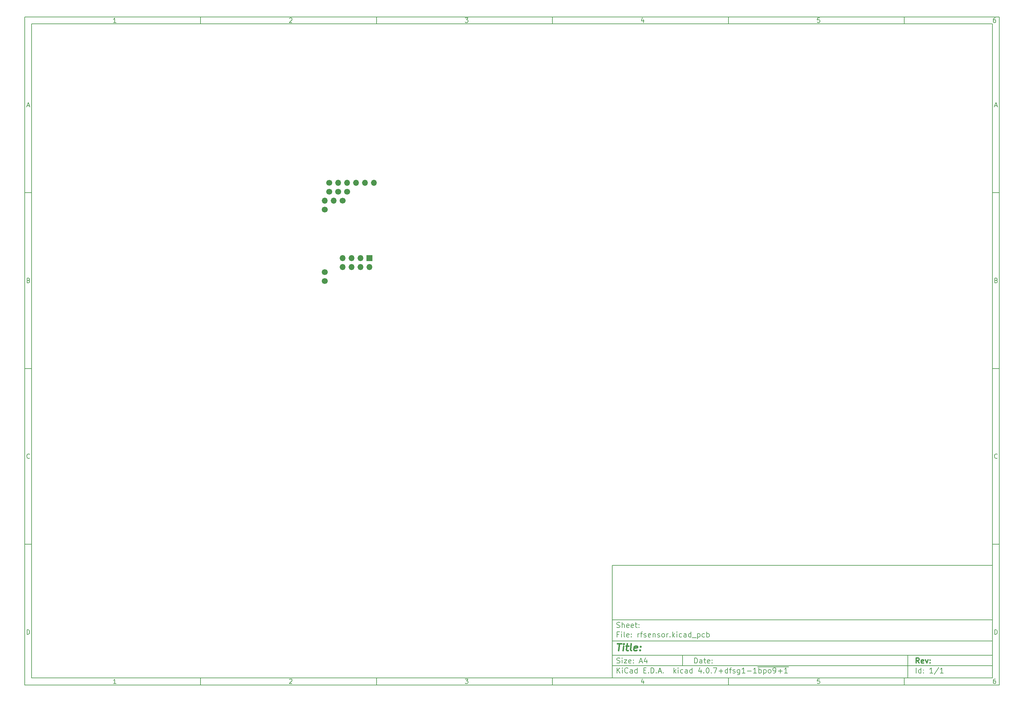
<source format=gbr>
G04 #@! TF.FileFunction,Soldermask,Bot*
%FSLAX46Y46*%
G04 Gerber Fmt 4.6, Leading zero omitted, Abs format (unit mm)*
G04 Created by KiCad (PCBNEW 4.0.7+dfsg1-1~bpo9+1) date Fri Jan  5 13:44:09 2018*
%MOMM*%
%LPD*%
G01*
G04 APERTURE LIST*
%ADD10C,0.100000*%
%ADD11C,0.150000*%
%ADD12C,0.300000*%
%ADD13C,0.400000*%
%ADD14R,1.700000X1.700000*%
%ADD15O,1.700000X1.700000*%
%ADD16C,1.700000*%
G04 APERTURE END LIST*
D10*
D11*
X177002200Y-166007200D02*
X177002200Y-198007200D01*
X285002200Y-198007200D01*
X285002200Y-166007200D01*
X177002200Y-166007200D01*
D10*
D11*
X10000000Y-10000000D02*
X10000000Y-200007200D01*
X287002200Y-200007200D01*
X287002200Y-10000000D01*
X10000000Y-10000000D01*
D10*
D11*
X12000000Y-12000000D02*
X12000000Y-198007200D01*
X285002200Y-198007200D01*
X285002200Y-12000000D01*
X12000000Y-12000000D01*
D10*
D11*
X60000000Y-12000000D02*
X60000000Y-10000000D01*
D10*
D11*
X110000000Y-12000000D02*
X110000000Y-10000000D01*
D10*
D11*
X160000000Y-12000000D02*
X160000000Y-10000000D01*
D10*
D11*
X210000000Y-12000000D02*
X210000000Y-10000000D01*
D10*
D11*
X260000000Y-12000000D02*
X260000000Y-10000000D01*
D10*
D11*
X35990476Y-11588095D02*
X35247619Y-11588095D01*
X35619048Y-11588095D02*
X35619048Y-10288095D01*
X35495238Y-10473810D01*
X35371429Y-10597619D01*
X35247619Y-10659524D01*
D10*
D11*
X85247619Y-10411905D02*
X85309524Y-10350000D01*
X85433333Y-10288095D01*
X85742857Y-10288095D01*
X85866667Y-10350000D01*
X85928571Y-10411905D01*
X85990476Y-10535714D01*
X85990476Y-10659524D01*
X85928571Y-10845238D01*
X85185714Y-11588095D01*
X85990476Y-11588095D01*
D10*
D11*
X135185714Y-10288095D02*
X135990476Y-10288095D01*
X135557143Y-10783333D01*
X135742857Y-10783333D01*
X135866667Y-10845238D01*
X135928571Y-10907143D01*
X135990476Y-11030952D01*
X135990476Y-11340476D01*
X135928571Y-11464286D01*
X135866667Y-11526190D01*
X135742857Y-11588095D01*
X135371429Y-11588095D01*
X135247619Y-11526190D01*
X135185714Y-11464286D01*
D10*
D11*
X185866667Y-10721429D02*
X185866667Y-11588095D01*
X185557143Y-10226190D02*
X185247619Y-11154762D01*
X186052381Y-11154762D01*
D10*
D11*
X235928571Y-10288095D02*
X235309524Y-10288095D01*
X235247619Y-10907143D01*
X235309524Y-10845238D01*
X235433333Y-10783333D01*
X235742857Y-10783333D01*
X235866667Y-10845238D01*
X235928571Y-10907143D01*
X235990476Y-11030952D01*
X235990476Y-11340476D01*
X235928571Y-11464286D01*
X235866667Y-11526190D01*
X235742857Y-11588095D01*
X235433333Y-11588095D01*
X235309524Y-11526190D01*
X235247619Y-11464286D01*
D10*
D11*
X285866667Y-10288095D02*
X285619048Y-10288095D01*
X285495238Y-10350000D01*
X285433333Y-10411905D01*
X285309524Y-10597619D01*
X285247619Y-10845238D01*
X285247619Y-11340476D01*
X285309524Y-11464286D01*
X285371429Y-11526190D01*
X285495238Y-11588095D01*
X285742857Y-11588095D01*
X285866667Y-11526190D01*
X285928571Y-11464286D01*
X285990476Y-11340476D01*
X285990476Y-11030952D01*
X285928571Y-10907143D01*
X285866667Y-10845238D01*
X285742857Y-10783333D01*
X285495238Y-10783333D01*
X285371429Y-10845238D01*
X285309524Y-10907143D01*
X285247619Y-11030952D01*
D10*
D11*
X60000000Y-198007200D02*
X60000000Y-200007200D01*
D10*
D11*
X110000000Y-198007200D02*
X110000000Y-200007200D01*
D10*
D11*
X160000000Y-198007200D02*
X160000000Y-200007200D01*
D10*
D11*
X210000000Y-198007200D02*
X210000000Y-200007200D01*
D10*
D11*
X260000000Y-198007200D02*
X260000000Y-200007200D01*
D10*
D11*
X35990476Y-199595295D02*
X35247619Y-199595295D01*
X35619048Y-199595295D02*
X35619048Y-198295295D01*
X35495238Y-198481010D01*
X35371429Y-198604819D01*
X35247619Y-198666724D01*
D10*
D11*
X85247619Y-198419105D02*
X85309524Y-198357200D01*
X85433333Y-198295295D01*
X85742857Y-198295295D01*
X85866667Y-198357200D01*
X85928571Y-198419105D01*
X85990476Y-198542914D01*
X85990476Y-198666724D01*
X85928571Y-198852438D01*
X85185714Y-199595295D01*
X85990476Y-199595295D01*
D10*
D11*
X135185714Y-198295295D02*
X135990476Y-198295295D01*
X135557143Y-198790533D01*
X135742857Y-198790533D01*
X135866667Y-198852438D01*
X135928571Y-198914343D01*
X135990476Y-199038152D01*
X135990476Y-199347676D01*
X135928571Y-199471486D01*
X135866667Y-199533390D01*
X135742857Y-199595295D01*
X135371429Y-199595295D01*
X135247619Y-199533390D01*
X135185714Y-199471486D01*
D10*
D11*
X185866667Y-198728629D02*
X185866667Y-199595295D01*
X185557143Y-198233390D02*
X185247619Y-199161962D01*
X186052381Y-199161962D01*
D10*
D11*
X235928571Y-198295295D02*
X235309524Y-198295295D01*
X235247619Y-198914343D01*
X235309524Y-198852438D01*
X235433333Y-198790533D01*
X235742857Y-198790533D01*
X235866667Y-198852438D01*
X235928571Y-198914343D01*
X235990476Y-199038152D01*
X235990476Y-199347676D01*
X235928571Y-199471486D01*
X235866667Y-199533390D01*
X235742857Y-199595295D01*
X235433333Y-199595295D01*
X235309524Y-199533390D01*
X235247619Y-199471486D01*
D10*
D11*
X285866667Y-198295295D02*
X285619048Y-198295295D01*
X285495238Y-198357200D01*
X285433333Y-198419105D01*
X285309524Y-198604819D01*
X285247619Y-198852438D01*
X285247619Y-199347676D01*
X285309524Y-199471486D01*
X285371429Y-199533390D01*
X285495238Y-199595295D01*
X285742857Y-199595295D01*
X285866667Y-199533390D01*
X285928571Y-199471486D01*
X285990476Y-199347676D01*
X285990476Y-199038152D01*
X285928571Y-198914343D01*
X285866667Y-198852438D01*
X285742857Y-198790533D01*
X285495238Y-198790533D01*
X285371429Y-198852438D01*
X285309524Y-198914343D01*
X285247619Y-199038152D01*
D10*
D11*
X10000000Y-60000000D02*
X12000000Y-60000000D01*
D10*
D11*
X10000000Y-110000000D02*
X12000000Y-110000000D01*
D10*
D11*
X10000000Y-160000000D02*
X12000000Y-160000000D01*
D10*
D11*
X10690476Y-35216667D02*
X11309524Y-35216667D01*
X10566667Y-35588095D02*
X11000000Y-34288095D01*
X11433333Y-35588095D01*
D10*
D11*
X11092857Y-84907143D02*
X11278571Y-84969048D01*
X11340476Y-85030952D01*
X11402381Y-85154762D01*
X11402381Y-85340476D01*
X11340476Y-85464286D01*
X11278571Y-85526190D01*
X11154762Y-85588095D01*
X10659524Y-85588095D01*
X10659524Y-84288095D01*
X11092857Y-84288095D01*
X11216667Y-84350000D01*
X11278571Y-84411905D01*
X11340476Y-84535714D01*
X11340476Y-84659524D01*
X11278571Y-84783333D01*
X11216667Y-84845238D01*
X11092857Y-84907143D01*
X10659524Y-84907143D01*
D10*
D11*
X11402381Y-135464286D02*
X11340476Y-135526190D01*
X11154762Y-135588095D01*
X11030952Y-135588095D01*
X10845238Y-135526190D01*
X10721429Y-135402381D01*
X10659524Y-135278571D01*
X10597619Y-135030952D01*
X10597619Y-134845238D01*
X10659524Y-134597619D01*
X10721429Y-134473810D01*
X10845238Y-134350000D01*
X11030952Y-134288095D01*
X11154762Y-134288095D01*
X11340476Y-134350000D01*
X11402381Y-134411905D01*
D10*
D11*
X10659524Y-185588095D02*
X10659524Y-184288095D01*
X10969048Y-184288095D01*
X11154762Y-184350000D01*
X11278571Y-184473810D01*
X11340476Y-184597619D01*
X11402381Y-184845238D01*
X11402381Y-185030952D01*
X11340476Y-185278571D01*
X11278571Y-185402381D01*
X11154762Y-185526190D01*
X10969048Y-185588095D01*
X10659524Y-185588095D01*
D10*
D11*
X287002200Y-60000000D02*
X285002200Y-60000000D01*
D10*
D11*
X287002200Y-110000000D02*
X285002200Y-110000000D01*
D10*
D11*
X287002200Y-160000000D02*
X285002200Y-160000000D01*
D10*
D11*
X285692676Y-35216667D02*
X286311724Y-35216667D01*
X285568867Y-35588095D02*
X286002200Y-34288095D01*
X286435533Y-35588095D01*
D10*
D11*
X286095057Y-84907143D02*
X286280771Y-84969048D01*
X286342676Y-85030952D01*
X286404581Y-85154762D01*
X286404581Y-85340476D01*
X286342676Y-85464286D01*
X286280771Y-85526190D01*
X286156962Y-85588095D01*
X285661724Y-85588095D01*
X285661724Y-84288095D01*
X286095057Y-84288095D01*
X286218867Y-84350000D01*
X286280771Y-84411905D01*
X286342676Y-84535714D01*
X286342676Y-84659524D01*
X286280771Y-84783333D01*
X286218867Y-84845238D01*
X286095057Y-84907143D01*
X285661724Y-84907143D01*
D10*
D11*
X286404581Y-135464286D02*
X286342676Y-135526190D01*
X286156962Y-135588095D01*
X286033152Y-135588095D01*
X285847438Y-135526190D01*
X285723629Y-135402381D01*
X285661724Y-135278571D01*
X285599819Y-135030952D01*
X285599819Y-134845238D01*
X285661724Y-134597619D01*
X285723629Y-134473810D01*
X285847438Y-134350000D01*
X286033152Y-134288095D01*
X286156962Y-134288095D01*
X286342676Y-134350000D01*
X286404581Y-134411905D01*
D10*
D11*
X285661724Y-185588095D02*
X285661724Y-184288095D01*
X285971248Y-184288095D01*
X286156962Y-184350000D01*
X286280771Y-184473810D01*
X286342676Y-184597619D01*
X286404581Y-184845238D01*
X286404581Y-185030952D01*
X286342676Y-185278571D01*
X286280771Y-185402381D01*
X286156962Y-185526190D01*
X285971248Y-185588095D01*
X285661724Y-185588095D01*
D10*
D11*
X200359343Y-193785771D02*
X200359343Y-192285771D01*
X200716486Y-192285771D01*
X200930771Y-192357200D01*
X201073629Y-192500057D01*
X201145057Y-192642914D01*
X201216486Y-192928629D01*
X201216486Y-193142914D01*
X201145057Y-193428629D01*
X201073629Y-193571486D01*
X200930771Y-193714343D01*
X200716486Y-193785771D01*
X200359343Y-193785771D01*
X202502200Y-193785771D02*
X202502200Y-193000057D01*
X202430771Y-192857200D01*
X202287914Y-192785771D01*
X202002200Y-192785771D01*
X201859343Y-192857200D01*
X202502200Y-193714343D02*
X202359343Y-193785771D01*
X202002200Y-193785771D01*
X201859343Y-193714343D01*
X201787914Y-193571486D01*
X201787914Y-193428629D01*
X201859343Y-193285771D01*
X202002200Y-193214343D01*
X202359343Y-193214343D01*
X202502200Y-193142914D01*
X203002200Y-192785771D02*
X203573629Y-192785771D01*
X203216486Y-192285771D02*
X203216486Y-193571486D01*
X203287914Y-193714343D01*
X203430772Y-193785771D01*
X203573629Y-193785771D01*
X204645057Y-193714343D02*
X204502200Y-193785771D01*
X204216486Y-193785771D01*
X204073629Y-193714343D01*
X204002200Y-193571486D01*
X204002200Y-193000057D01*
X204073629Y-192857200D01*
X204216486Y-192785771D01*
X204502200Y-192785771D01*
X204645057Y-192857200D01*
X204716486Y-193000057D01*
X204716486Y-193142914D01*
X204002200Y-193285771D01*
X205359343Y-193642914D02*
X205430771Y-193714343D01*
X205359343Y-193785771D01*
X205287914Y-193714343D01*
X205359343Y-193642914D01*
X205359343Y-193785771D01*
X205359343Y-192857200D02*
X205430771Y-192928629D01*
X205359343Y-193000057D01*
X205287914Y-192928629D01*
X205359343Y-192857200D01*
X205359343Y-193000057D01*
D10*
D11*
X177002200Y-194507200D02*
X285002200Y-194507200D01*
D10*
D11*
X178359343Y-196585771D02*
X178359343Y-195085771D01*
X179216486Y-196585771D02*
X178573629Y-195728629D01*
X179216486Y-195085771D02*
X178359343Y-195942914D01*
X179859343Y-196585771D02*
X179859343Y-195585771D01*
X179859343Y-195085771D02*
X179787914Y-195157200D01*
X179859343Y-195228629D01*
X179930771Y-195157200D01*
X179859343Y-195085771D01*
X179859343Y-195228629D01*
X181430772Y-196442914D02*
X181359343Y-196514343D01*
X181145057Y-196585771D01*
X181002200Y-196585771D01*
X180787915Y-196514343D01*
X180645057Y-196371486D01*
X180573629Y-196228629D01*
X180502200Y-195942914D01*
X180502200Y-195728629D01*
X180573629Y-195442914D01*
X180645057Y-195300057D01*
X180787915Y-195157200D01*
X181002200Y-195085771D01*
X181145057Y-195085771D01*
X181359343Y-195157200D01*
X181430772Y-195228629D01*
X182716486Y-196585771D02*
X182716486Y-195800057D01*
X182645057Y-195657200D01*
X182502200Y-195585771D01*
X182216486Y-195585771D01*
X182073629Y-195657200D01*
X182716486Y-196514343D02*
X182573629Y-196585771D01*
X182216486Y-196585771D01*
X182073629Y-196514343D01*
X182002200Y-196371486D01*
X182002200Y-196228629D01*
X182073629Y-196085771D01*
X182216486Y-196014343D01*
X182573629Y-196014343D01*
X182716486Y-195942914D01*
X184073629Y-196585771D02*
X184073629Y-195085771D01*
X184073629Y-196514343D02*
X183930772Y-196585771D01*
X183645058Y-196585771D01*
X183502200Y-196514343D01*
X183430772Y-196442914D01*
X183359343Y-196300057D01*
X183359343Y-195871486D01*
X183430772Y-195728629D01*
X183502200Y-195657200D01*
X183645058Y-195585771D01*
X183930772Y-195585771D01*
X184073629Y-195657200D01*
X185930772Y-195800057D02*
X186430772Y-195800057D01*
X186645058Y-196585771D02*
X185930772Y-196585771D01*
X185930772Y-195085771D01*
X186645058Y-195085771D01*
X187287915Y-196442914D02*
X187359343Y-196514343D01*
X187287915Y-196585771D01*
X187216486Y-196514343D01*
X187287915Y-196442914D01*
X187287915Y-196585771D01*
X188002201Y-196585771D02*
X188002201Y-195085771D01*
X188359344Y-195085771D01*
X188573629Y-195157200D01*
X188716487Y-195300057D01*
X188787915Y-195442914D01*
X188859344Y-195728629D01*
X188859344Y-195942914D01*
X188787915Y-196228629D01*
X188716487Y-196371486D01*
X188573629Y-196514343D01*
X188359344Y-196585771D01*
X188002201Y-196585771D01*
X189502201Y-196442914D02*
X189573629Y-196514343D01*
X189502201Y-196585771D01*
X189430772Y-196514343D01*
X189502201Y-196442914D01*
X189502201Y-196585771D01*
X190145058Y-196157200D02*
X190859344Y-196157200D01*
X190002201Y-196585771D02*
X190502201Y-195085771D01*
X191002201Y-196585771D01*
X191502201Y-196442914D02*
X191573629Y-196514343D01*
X191502201Y-196585771D01*
X191430772Y-196514343D01*
X191502201Y-196442914D01*
X191502201Y-196585771D01*
X194502201Y-196585771D02*
X194502201Y-195085771D01*
X194645058Y-196014343D02*
X195073629Y-196585771D01*
X195073629Y-195585771D02*
X194502201Y-196157200D01*
X195716487Y-196585771D02*
X195716487Y-195585771D01*
X195716487Y-195085771D02*
X195645058Y-195157200D01*
X195716487Y-195228629D01*
X195787915Y-195157200D01*
X195716487Y-195085771D01*
X195716487Y-195228629D01*
X197073630Y-196514343D02*
X196930773Y-196585771D01*
X196645059Y-196585771D01*
X196502201Y-196514343D01*
X196430773Y-196442914D01*
X196359344Y-196300057D01*
X196359344Y-195871486D01*
X196430773Y-195728629D01*
X196502201Y-195657200D01*
X196645059Y-195585771D01*
X196930773Y-195585771D01*
X197073630Y-195657200D01*
X198359344Y-196585771D02*
X198359344Y-195800057D01*
X198287915Y-195657200D01*
X198145058Y-195585771D01*
X197859344Y-195585771D01*
X197716487Y-195657200D01*
X198359344Y-196514343D02*
X198216487Y-196585771D01*
X197859344Y-196585771D01*
X197716487Y-196514343D01*
X197645058Y-196371486D01*
X197645058Y-196228629D01*
X197716487Y-196085771D01*
X197859344Y-196014343D01*
X198216487Y-196014343D01*
X198359344Y-195942914D01*
X199716487Y-196585771D02*
X199716487Y-195085771D01*
X199716487Y-196514343D02*
X199573630Y-196585771D01*
X199287916Y-196585771D01*
X199145058Y-196514343D01*
X199073630Y-196442914D01*
X199002201Y-196300057D01*
X199002201Y-195871486D01*
X199073630Y-195728629D01*
X199145058Y-195657200D01*
X199287916Y-195585771D01*
X199573630Y-195585771D01*
X199716487Y-195657200D01*
X202216487Y-195585771D02*
X202216487Y-196585771D01*
X201859344Y-195014343D02*
X201502201Y-196085771D01*
X202430773Y-196085771D01*
X203002201Y-196442914D02*
X203073629Y-196514343D01*
X203002201Y-196585771D01*
X202930772Y-196514343D01*
X203002201Y-196442914D01*
X203002201Y-196585771D01*
X204002201Y-195085771D02*
X204145058Y-195085771D01*
X204287915Y-195157200D01*
X204359344Y-195228629D01*
X204430773Y-195371486D01*
X204502201Y-195657200D01*
X204502201Y-196014343D01*
X204430773Y-196300057D01*
X204359344Y-196442914D01*
X204287915Y-196514343D01*
X204145058Y-196585771D01*
X204002201Y-196585771D01*
X203859344Y-196514343D01*
X203787915Y-196442914D01*
X203716487Y-196300057D01*
X203645058Y-196014343D01*
X203645058Y-195657200D01*
X203716487Y-195371486D01*
X203787915Y-195228629D01*
X203859344Y-195157200D01*
X204002201Y-195085771D01*
X205145058Y-196442914D02*
X205216486Y-196514343D01*
X205145058Y-196585771D01*
X205073629Y-196514343D01*
X205145058Y-196442914D01*
X205145058Y-196585771D01*
X205716487Y-195085771D02*
X206716487Y-195085771D01*
X206073630Y-196585771D01*
X207287915Y-196014343D02*
X208430772Y-196014343D01*
X207859343Y-196585771D02*
X207859343Y-195442914D01*
X209787915Y-196585771D02*
X209787915Y-195085771D01*
X209787915Y-196514343D02*
X209645058Y-196585771D01*
X209359344Y-196585771D01*
X209216486Y-196514343D01*
X209145058Y-196442914D01*
X209073629Y-196300057D01*
X209073629Y-195871486D01*
X209145058Y-195728629D01*
X209216486Y-195657200D01*
X209359344Y-195585771D01*
X209645058Y-195585771D01*
X209787915Y-195657200D01*
X210287915Y-195585771D02*
X210859344Y-195585771D01*
X210502201Y-196585771D02*
X210502201Y-195300057D01*
X210573629Y-195157200D01*
X210716487Y-195085771D01*
X210859344Y-195085771D01*
X211287915Y-196514343D02*
X211430772Y-196585771D01*
X211716487Y-196585771D01*
X211859344Y-196514343D01*
X211930772Y-196371486D01*
X211930772Y-196300057D01*
X211859344Y-196157200D01*
X211716487Y-196085771D01*
X211502201Y-196085771D01*
X211359344Y-196014343D01*
X211287915Y-195871486D01*
X211287915Y-195800057D01*
X211359344Y-195657200D01*
X211502201Y-195585771D01*
X211716487Y-195585771D01*
X211859344Y-195657200D01*
X213216487Y-195585771D02*
X213216487Y-196800057D01*
X213145058Y-196942914D01*
X213073630Y-197014343D01*
X212930773Y-197085771D01*
X212716487Y-197085771D01*
X212573630Y-197014343D01*
X213216487Y-196514343D02*
X213073630Y-196585771D01*
X212787916Y-196585771D01*
X212645058Y-196514343D01*
X212573630Y-196442914D01*
X212502201Y-196300057D01*
X212502201Y-195871486D01*
X212573630Y-195728629D01*
X212645058Y-195657200D01*
X212787916Y-195585771D01*
X213073630Y-195585771D01*
X213216487Y-195657200D01*
X214716487Y-196585771D02*
X213859344Y-196585771D01*
X214287916Y-196585771D02*
X214287916Y-195085771D01*
X214145059Y-195300057D01*
X214002201Y-195442914D01*
X213859344Y-195514343D01*
X215359344Y-196014343D02*
X216502201Y-196014343D01*
X218002201Y-196585771D02*
X217145058Y-196585771D01*
X217573630Y-196585771D02*
X217573630Y-195085771D01*
X217430773Y-195300057D01*
X217287915Y-195442914D01*
X217145058Y-195514343D01*
X218645058Y-196585771D02*
X218645058Y-195085771D01*
X218645058Y-195657200D02*
X218787915Y-195585771D01*
X219073629Y-195585771D01*
X219216486Y-195657200D01*
X219287915Y-195728629D01*
X219359344Y-195871486D01*
X219359344Y-196300057D01*
X219287915Y-196442914D01*
X219216486Y-196514343D01*
X219073629Y-196585771D01*
X218787915Y-196585771D01*
X218645058Y-196514343D01*
X220002201Y-195585771D02*
X220002201Y-197085771D01*
X220002201Y-195657200D02*
X220145058Y-195585771D01*
X220430772Y-195585771D01*
X220573629Y-195657200D01*
X220645058Y-195728629D01*
X220716487Y-195871486D01*
X220716487Y-196300057D01*
X220645058Y-196442914D01*
X220573629Y-196514343D01*
X220430772Y-196585771D01*
X220145058Y-196585771D01*
X220002201Y-196514343D01*
X221573630Y-196585771D02*
X221430772Y-196514343D01*
X221359344Y-196442914D01*
X221287915Y-196300057D01*
X221287915Y-195871486D01*
X221359344Y-195728629D01*
X221430772Y-195657200D01*
X221573630Y-195585771D01*
X221787915Y-195585771D01*
X221930772Y-195657200D01*
X222002201Y-195728629D01*
X222073630Y-195871486D01*
X222073630Y-196300057D01*
X222002201Y-196442914D01*
X221930772Y-196514343D01*
X221787915Y-196585771D01*
X221573630Y-196585771D01*
X222787915Y-196585771D02*
X223073630Y-196585771D01*
X223216487Y-196514343D01*
X223287915Y-196442914D01*
X223430773Y-196228629D01*
X223502201Y-195942914D01*
X223502201Y-195371486D01*
X223430773Y-195228629D01*
X223359344Y-195157200D01*
X223216487Y-195085771D01*
X222930773Y-195085771D01*
X222787915Y-195157200D01*
X222716487Y-195228629D01*
X222645058Y-195371486D01*
X222645058Y-195728629D01*
X222716487Y-195871486D01*
X222787915Y-195942914D01*
X222930773Y-196014343D01*
X223216487Y-196014343D01*
X223359344Y-195942914D01*
X223430773Y-195871486D01*
X223502201Y-195728629D01*
X224145058Y-196014343D02*
X225287915Y-196014343D01*
X224716486Y-196585771D02*
X224716486Y-195442914D01*
X226787915Y-196585771D02*
X225930772Y-196585771D01*
X226359344Y-196585771D02*
X226359344Y-195085771D01*
X226216487Y-195300057D01*
X226073629Y-195442914D01*
X225930772Y-195514343D01*
X218287915Y-194827200D02*
X227073629Y-194827200D01*
D10*
D11*
X177002200Y-191507200D02*
X285002200Y-191507200D01*
D10*
D12*
X264216486Y-193785771D02*
X263716486Y-193071486D01*
X263359343Y-193785771D02*
X263359343Y-192285771D01*
X263930771Y-192285771D01*
X264073629Y-192357200D01*
X264145057Y-192428629D01*
X264216486Y-192571486D01*
X264216486Y-192785771D01*
X264145057Y-192928629D01*
X264073629Y-193000057D01*
X263930771Y-193071486D01*
X263359343Y-193071486D01*
X265430771Y-193714343D02*
X265287914Y-193785771D01*
X265002200Y-193785771D01*
X264859343Y-193714343D01*
X264787914Y-193571486D01*
X264787914Y-193000057D01*
X264859343Y-192857200D01*
X265002200Y-192785771D01*
X265287914Y-192785771D01*
X265430771Y-192857200D01*
X265502200Y-193000057D01*
X265502200Y-193142914D01*
X264787914Y-193285771D01*
X266002200Y-192785771D02*
X266359343Y-193785771D01*
X266716485Y-192785771D01*
X267287914Y-193642914D02*
X267359342Y-193714343D01*
X267287914Y-193785771D01*
X267216485Y-193714343D01*
X267287914Y-193642914D01*
X267287914Y-193785771D01*
X267287914Y-192857200D02*
X267359342Y-192928629D01*
X267287914Y-193000057D01*
X267216485Y-192928629D01*
X267287914Y-192857200D01*
X267287914Y-193000057D01*
D10*
D11*
X178287914Y-193714343D02*
X178502200Y-193785771D01*
X178859343Y-193785771D01*
X179002200Y-193714343D01*
X179073629Y-193642914D01*
X179145057Y-193500057D01*
X179145057Y-193357200D01*
X179073629Y-193214343D01*
X179002200Y-193142914D01*
X178859343Y-193071486D01*
X178573629Y-193000057D01*
X178430771Y-192928629D01*
X178359343Y-192857200D01*
X178287914Y-192714343D01*
X178287914Y-192571486D01*
X178359343Y-192428629D01*
X178430771Y-192357200D01*
X178573629Y-192285771D01*
X178930771Y-192285771D01*
X179145057Y-192357200D01*
X179787914Y-193785771D02*
X179787914Y-192785771D01*
X179787914Y-192285771D02*
X179716485Y-192357200D01*
X179787914Y-192428629D01*
X179859342Y-192357200D01*
X179787914Y-192285771D01*
X179787914Y-192428629D01*
X180359343Y-192785771D02*
X181145057Y-192785771D01*
X180359343Y-193785771D01*
X181145057Y-193785771D01*
X182287914Y-193714343D02*
X182145057Y-193785771D01*
X181859343Y-193785771D01*
X181716486Y-193714343D01*
X181645057Y-193571486D01*
X181645057Y-193000057D01*
X181716486Y-192857200D01*
X181859343Y-192785771D01*
X182145057Y-192785771D01*
X182287914Y-192857200D01*
X182359343Y-193000057D01*
X182359343Y-193142914D01*
X181645057Y-193285771D01*
X183002200Y-193642914D02*
X183073628Y-193714343D01*
X183002200Y-193785771D01*
X182930771Y-193714343D01*
X183002200Y-193642914D01*
X183002200Y-193785771D01*
X183002200Y-192857200D02*
X183073628Y-192928629D01*
X183002200Y-193000057D01*
X182930771Y-192928629D01*
X183002200Y-192857200D01*
X183002200Y-193000057D01*
X184787914Y-193357200D02*
X185502200Y-193357200D01*
X184645057Y-193785771D02*
X185145057Y-192285771D01*
X185645057Y-193785771D01*
X186787914Y-192785771D02*
X186787914Y-193785771D01*
X186430771Y-192214343D02*
X186073628Y-193285771D01*
X187002200Y-193285771D01*
D10*
D11*
X263359343Y-196585771D02*
X263359343Y-195085771D01*
X264716486Y-196585771D02*
X264716486Y-195085771D01*
X264716486Y-196514343D02*
X264573629Y-196585771D01*
X264287915Y-196585771D01*
X264145057Y-196514343D01*
X264073629Y-196442914D01*
X264002200Y-196300057D01*
X264002200Y-195871486D01*
X264073629Y-195728629D01*
X264145057Y-195657200D01*
X264287915Y-195585771D01*
X264573629Y-195585771D01*
X264716486Y-195657200D01*
X265430772Y-196442914D02*
X265502200Y-196514343D01*
X265430772Y-196585771D01*
X265359343Y-196514343D01*
X265430772Y-196442914D01*
X265430772Y-196585771D01*
X265430772Y-195657200D02*
X265502200Y-195728629D01*
X265430772Y-195800057D01*
X265359343Y-195728629D01*
X265430772Y-195657200D01*
X265430772Y-195800057D01*
X268073629Y-196585771D02*
X267216486Y-196585771D01*
X267645058Y-196585771D02*
X267645058Y-195085771D01*
X267502201Y-195300057D01*
X267359343Y-195442914D01*
X267216486Y-195514343D01*
X269787914Y-195014343D02*
X268502200Y-196942914D01*
X271073629Y-196585771D02*
X270216486Y-196585771D01*
X270645058Y-196585771D02*
X270645058Y-195085771D01*
X270502201Y-195300057D01*
X270359343Y-195442914D01*
X270216486Y-195514343D01*
D10*
D11*
X177002200Y-187507200D02*
X285002200Y-187507200D01*
D10*
D13*
X178454581Y-188211962D02*
X179597438Y-188211962D01*
X178776010Y-190211962D02*
X179026010Y-188211962D01*
X180014105Y-190211962D02*
X180180771Y-188878629D01*
X180264105Y-188211962D02*
X180156962Y-188307200D01*
X180240295Y-188402438D01*
X180347439Y-188307200D01*
X180264105Y-188211962D01*
X180240295Y-188402438D01*
X180847438Y-188878629D02*
X181609343Y-188878629D01*
X181216486Y-188211962D02*
X181002200Y-189926248D01*
X181073630Y-190116724D01*
X181252201Y-190211962D01*
X181442677Y-190211962D01*
X182395058Y-190211962D02*
X182216487Y-190116724D01*
X182145057Y-189926248D01*
X182359343Y-188211962D01*
X183930772Y-190116724D02*
X183728391Y-190211962D01*
X183347439Y-190211962D01*
X183168867Y-190116724D01*
X183097438Y-189926248D01*
X183192676Y-189164343D01*
X183311724Y-188973867D01*
X183514105Y-188878629D01*
X183895057Y-188878629D01*
X184073629Y-188973867D01*
X184145057Y-189164343D01*
X184121248Y-189354819D01*
X183145057Y-189545295D01*
X184895057Y-190021486D02*
X184978392Y-190116724D01*
X184871248Y-190211962D01*
X184787915Y-190116724D01*
X184895057Y-190021486D01*
X184871248Y-190211962D01*
X185026010Y-188973867D02*
X185109344Y-189069105D01*
X185002200Y-189164343D01*
X184918867Y-189069105D01*
X185026010Y-188973867D01*
X185002200Y-189164343D01*
D10*
D11*
X178859343Y-185600057D02*
X178359343Y-185600057D01*
X178359343Y-186385771D02*
X178359343Y-184885771D01*
X179073629Y-184885771D01*
X179645057Y-186385771D02*
X179645057Y-185385771D01*
X179645057Y-184885771D02*
X179573628Y-184957200D01*
X179645057Y-185028629D01*
X179716485Y-184957200D01*
X179645057Y-184885771D01*
X179645057Y-185028629D01*
X180573629Y-186385771D02*
X180430771Y-186314343D01*
X180359343Y-186171486D01*
X180359343Y-184885771D01*
X181716485Y-186314343D02*
X181573628Y-186385771D01*
X181287914Y-186385771D01*
X181145057Y-186314343D01*
X181073628Y-186171486D01*
X181073628Y-185600057D01*
X181145057Y-185457200D01*
X181287914Y-185385771D01*
X181573628Y-185385771D01*
X181716485Y-185457200D01*
X181787914Y-185600057D01*
X181787914Y-185742914D01*
X181073628Y-185885771D01*
X182430771Y-186242914D02*
X182502199Y-186314343D01*
X182430771Y-186385771D01*
X182359342Y-186314343D01*
X182430771Y-186242914D01*
X182430771Y-186385771D01*
X182430771Y-185457200D02*
X182502199Y-185528629D01*
X182430771Y-185600057D01*
X182359342Y-185528629D01*
X182430771Y-185457200D01*
X182430771Y-185600057D01*
X184287914Y-186385771D02*
X184287914Y-185385771D01*
X184287914Y-185671486D02*
X184359342Y-185528629D01*
X184430771Y-185457200D01*
X184573628Y-185385771D01*
X184716485Y-185385771D01*
X185002199Y-185385771D02*
X185573628Y-185385771D01*
X185216485Y-186385771D02*
X185216485Y-185100057D01*
X185287913Y-184957200D01*
X185430771Y-184885771D01*
X185573628Y-184885771D01*
X186002199Y-186314343D02*
X186145056Y-186385771D01*
X186430771Y-186385771D01*
X186573628Y-186314343D01*
X186645056Y-186171486D01*
X186645056Y-186100057D01*
X186573628Y-185957200D01*
X186430771Y-185885771D01*
X186216485Y-185885771D01*
X186073628Y-185814343D01*
X186002199Y-185671486D01*
X186002199Y-185600057D01*
X186073628Y-185457200D01*
X186216485Y-185385771D01*
X186430771Y-185385771D01*
X186573628Y-185457200D01*
X187859342Y-186314343D02*
X187716485Y-186385771D01*
X187430771Y-186385771D01*
X187287914Y-186314343D01*
X187216485Y-186171486D01*
X187216485Y-185600057D01*
X187287914Y-185457200D01*
X187430771Y-185385771D01*
X187716485Y-185385771D01*
X187859342Y-185457200D01*
X187930771Y-185600057D01*
X187930771Y-185742914D01*
X187216485Y-185885771D01*
X188573628Y-185385771D02*
X188573628Y-186385771D01*
X188573628Y-185528629D02*
X188645056Y-185457200D01*
X188787914Y-185385771D01*
X189002199Y-185385771D01*
X189145056Y-185457200D01*
X189216485Y-185600057D01*
X189216485Y-186385771D01*
X189859342Y-186314343D02*
X190002199Y-186385771D01*
X190287914Y-186385771D01*
X190430771Y-186314343D01*
X190502199Y-186171486D01*
X190502199Y-186100057D01*
X190430771Y-185957200D01*
X190287914Y-185885771D01*
X190073628Y-185885771D01*
X189930771Y-185814343D01*
X189859342Y-185671486D01*
X189859342Y-185600057D01*
X189930771Y-185457200D01*
X190073628Y-185385771D01*
X190287914Y-185385771D01*
X190430771Y-185457200D01*
X191359343Y-186385771D02*
X191216485Y-186314343D01*
X191145057Y-186242914D01*
X191073628Y-186100057D01*
X191073628Y-185671486D01*
X191145057Y-185528629D01*
X191216485Y-185457200D01*
X191359343Y-185385771D01*
X191573628Y-185385771D01*
X191716485Y-185457200D01*
X191787914Y-185528629D01*
X191859343Y-185671486D01*
X191859343Y-186100057D01*
X191787914Y-186242914D01*
X191716485Y-186314343D01*
X191573628Y-186385771D01*
X191359343Y-186385771D01*
X192502200Y-186385771D02*
X192502200Y-185385771D01*
X192502200Y-185671486D02*
X192573628Y-185528629D01*
X192645057Y-185457200D01*
X192787914Y-185385771D01*
X192930771Y-185385771D01*
X193430771Y-186242914D02*
X193502199Y-186314343D01*
X193430771Y-186385771D01*
X193359342Y-186314343D01*
X193430771Y-186242914D01*
X193430771Y-186385771D01*
X194145057Y-186385771D02*
X194145057Y-184885771D01*
X194287914Y-185814343D02*
X194716485Y-186385771D01*
X194716485Y-185385771D02*
X194145057Y-185957200D01*
X195359343Y-186385771D02*
X195359343Y-185385771D01*
X195359343Y-184885771D02*
X195287914Y-184957200D01*
X195359343Y-185028629D01*
X195430771Y-184957200D01*
X195359343Y-184885771D01*
X195359343Y-185028629D01*
X196716486Y-186314343D02*
X196573629Y-186385771D01*
X196287915Y-186385771D01*
X196145057Y-186314343D01*
X196073629Y-186242914D01*
X196002200Y-186100057D01*
X196002200Y-185671486D01*
X196073629Y-185528629D01*
X196145057Y-185457200D01*
X196287915Y-185385771D01*
X196573629Y-185385771D01*
X196716486Y-185457200D01*
X198002200Y-186385771D02*
X198002200Y-185600057D01*
X197930771Y-185457200D01*
X197787914Y-185385771D01*
X197502200Y-185385771D01*
X197359343Y-185457200D01*
X198002200Y-186314343D02*
X197859343Y-186385771D01*
X197502200Y-186385771D01*
X197359343Y-186314343D01*
X197287914Y-186171486D01*
X197287914Y-186028629D01*
X197359343Y-185885771D01*
X197502200Y-185814343D01*
X197859343Y-185814343D01*
X198002200Y-185742914D01*
X199359343Y-186385771D02*
X199359343Y-184885771D01*
X199359343Y-186314343D02*
X199216486Y-186385771D01*
X198930772Y-186385771D01*
X198787914Y-186314343D01*
X198716486Y-186242914D01*
X198645057Y-186100057D01*
X198645057Y-185671486D01*
X198716486Y-185528629D01*
X198787914Y-185457200D01*
X198930772Y-185385771D01*
X199216486Y-185385771D01*
X199359343Y-185457200D01*
X199716486Y-186528629D02*
X200859343Y-186528629D01*
X201216486Y-185385771D02*
X201216486Y-186885771D01*
X201216486Y-185457200D02*
X201359343Y-185385771D01*
X201645057Y-185385771D01*
X201787914Y-185457200D01*
X201859343Y-185528629D01*
X201930772Y-185671486D01*
X201930772Y-186100057D01*
X201859343Y-186242914D01*
X201787914Y-186314343D01*
X201645057Y-186385771D01*
X201359343Y-186385771D01*
X201216486Y-186314343D01*
X203216486Y-186314343D02*
X203073629Y-186385771D01*
X202787915Y-186385771D01*
X202645057Y-186314343D01*
X202573629Y-186242914D01*
X202502200Y-186100057D01*
X202502200Y-185671486D01*
X202573629Y-185528629D01*
X202645057Y-185457200D01*
X202787915Y-185385771D01*
X203073629Y-185385771D01*
X203216486Y-185457200D01*
X203859343Y-186385771D02*
X203859343Y-184885771D01*
X203859343Y-185457200D02*
X204002200Y-185385771D01*
X204287914Y-185385771D01*
X204430771Y-185457200D01*
X204502200Y-185528629D01*
X204573629Y-185671486D01*
X204573629Y-186100057D01*
X204502200Y-186242914D01*
X204430771Y-186314343D01*
X204287914Y-186385771D01*
X204002200Y-186385771D01*
X203859343Y-186314343D01*
D10*
D11*
X177002200Y-181507200D02*
X285002200Y-181507200D01*
D10*
D11*
X178287914Y-183614343D02*
X178502200Y-183685771D01*
X178859343Y-183685771D01*
X179002200Y-183614343D01*
X179073629Y-183542914D01*
X179145057Y-183400057D01*
X179145057Y-183257200D01*
X179073629Y-183114343D01*
X179002200Y-183042914D01*
X178859343Y-182971486D01*
X178573629Y-182900057D01*
X178430771Y-182828629D01*
X178359343Y-182757200D01*
X178287914Y-182614343D01*
X178287914Y-182471486D01*
X178359343Y-182328629D01*
X178430771Y-182257200D01*
X178573629Y-182185771D01*
X178930771Y-182185771D01*
X179145057Y-182257200D01*
X179787914Y-183685771D02*
X179787914Y-182185771D01*
X180430771Y-183685771D02*
X180430771Y-182900057D01*
X180359342Y-182757200D01*
X180216485Y-182685771D01*
X180002200Y-182685771D01*
X179859342Y-182757200D01*
X179787914Y-182828629D01*
X181716485Y-183614343D02*
X181573628Y-183685771D01*
X181287914Y-183685771D01*
X181145057Y-183614343D01*
X181073628Y-183471486D01*
X181073628Y-182900057D01*
X181145057Y-182757200D01*
X181287914Y-182685771D01*
X181573628Y-182685771D01*
X181716485Y-182757200D01*
X181787914Y-182900057D01*
X181787914Y-183042914D01*
X181073628Y-183185771D01*
X183002199Y-183614343D02*
X182859342Y-183685771D01*
X182573628Y-183685771D01*
X182430771Y-183614343D01*
X182359342Y-183471486D01*
X182359342Y-182900057D01*
X182430771Y-182757200D01*
X182573628Y-182685771D01*
X182859342Y-182685771D01*
X183002199Y-182757200D01*
X183073628Y-182900057D01*
X183073628Y-183042914D01*
X182359342Y-183185771D01*
X183502199Y-182685771D02*
X184073628Y-182685771D01*
X183716485Y-182185771D02*
X183716485Y-183471486D01*
X183787913Y-183614343D01*
X183930771Y-183685771D01*
X184073628Y-183685771D01*
X184573628Y-183542914D02*
X184645056Y-183614343D01*
X184573628Y-183685771D01*
X184502199Y-183614343D01*
X184573628Y-183542914D01*
X184573628Y-183685771D01*
X184573628Y-182757200D02*
X184645056Y-182828629D01*
X184573628Y-182900057D01*
X184502199Y-182828629D01*
X184573628Y-182757200D01*
X184573628Y-182900057D01*
D10*
D11*
X197002200Y-191507200D02*
X197002200Y-194507200D01*
D10*
D11*
X261002200Y-191507200D02*
X261002200Y-198007200D01*
D14*
X107950000Y-78613000D03*
D15*
X107950000Y-81153000D03*
X105410000Y-78613000D03*
X105410000Y-81153000D03*
X102870000Y-78613000D03*
X102870000Y-81153000D03*
X100330000Y-78613000D03*
X100330000Y-81153000D03*
D16*
X101600000Y-59690000D03*
X96520000Y-59690000D03*
X95250000Y-85090000D03*
X100330000Y-62230000D03*
D15*
X97790000Y-62230000D03*
X95250000Y-62230000D03*
D16*
X96520000Y-57150000D03*
D15*
X99060000Y-57150000D03*
X101600000Y-57150000D03*
X104140000Y-57150000D03*
X106680000Y-57150000D03*
X109220000Y-57150000D03*
D16*
X95250000Y-82550000D03*
X95250000Y-64770000D03*
X99060000Y-59690000D03*
M02*

</source>
